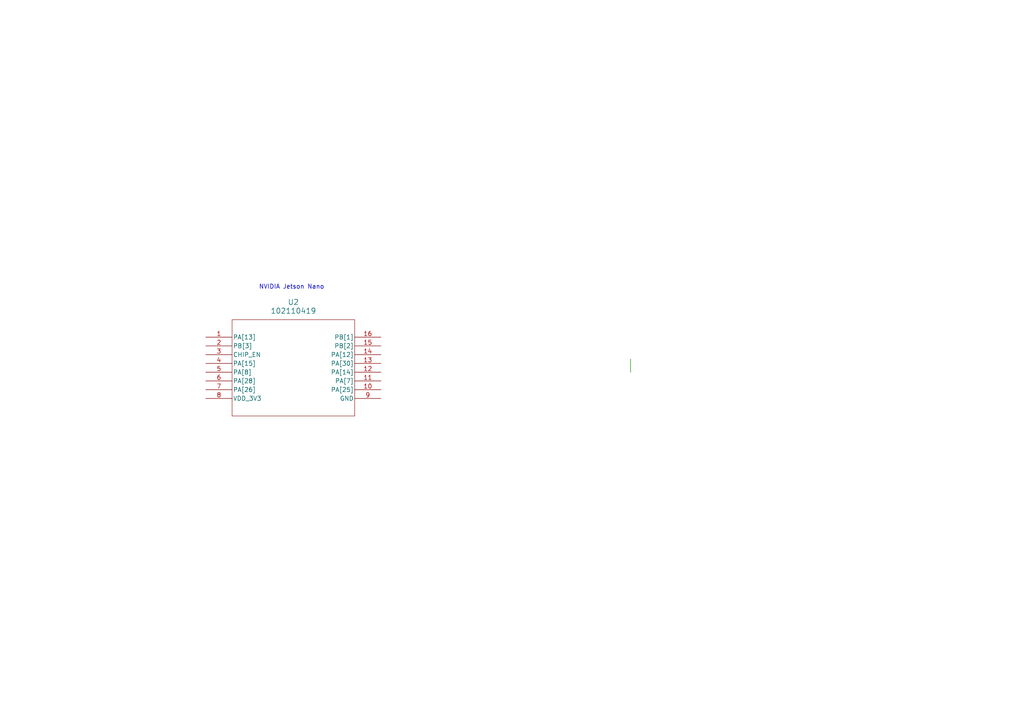
<source format=kicad_sch>
(kicad_sch (version 20231120) (generator "eeschema") (generator_version "8.0")
  (paper "A4")
  (lib_symbols
    (symbol "2025-11-04_02-54-44:102110419" (pin_names (offset 0.254))
      (property "Reference" "U" (at 25.4 10.16 0))
      (property "Value" "102110419" (at 25.4 7.62 0))
      (symbol "102110419_0_1"
        (polyline (pts (xy 7.62 -22.86) (xy 43.18 -22.86)) (stroke (width 0.127)))
        (polyline (pts (xy 7.62 5.08) (xy 7.62 -22.86)) (stroke (width 0.127)))
        (polyline (pts (xy 43.18 -22.86) (xy 43.18 5.08)) (stroke (width 0.127)))
        (polyline (pts (xy 43.18 5.08) (xy 7.62 5.08)) (stroke (width 0.127)))
        (pin bidirectional line (at 0 0 0) (length 7.62) (name "PA[13]") (number "1"))
        (pin bidirectional line (at 50.8 -15.24 180) (length 7.62) (name "PA[25]") (number "10"))
        (pin bidirectional line (at 50.8 -12.7 180) (length 7.62) (name "PA[7]") (number "11"))
        (pin bidirectional line (at 50.8 -10.16 180) (length 7.62) (name "PA[14]") (number "12"))
        (pin bidirectional line (at 50.8 -7.62 180) (length 7.62) (name "PA[30]") (number "13"))
        (pin bidirectional line (at 50.8 -5.08 180) (length 7.62) (name "PA[12]") (number "14"))
        (pin bidirectional line (at 50.8 -2.54 180) (length 7.62) (name "PB[2]") (number "15"))
        (pin bidirectional line (at 50.8 0 180) (length 7.62) (name "PB[1]") (number "16"))
        (pin bidirectional line (at 0 -2.54 0) (length 7.62) (name "PB[3]") (number "2"))
        (pin input line (at 0 -5.08 0) (length 7.62) (name "CHIP_EN") (number "3"))
        (pin bidirectional line (at 0 -7.62 0) (length 7.62) (name "PA[15]") (number "4"))
        (pin bidirectional line (at 0 -10.16 0) (length 7.62) (name "PA[8]") (number "5"))
        (pin bidirectional line (at 0 -12.7 0) (length 7.62) (name "PA[28]") (number "6"))
        (pin bidirectional line (at 0 -15.24 0) (length 7.62) (name "PA[26]") (number "7"))
        (pin power_in line (at 0 -17.78 0) (length 7.62) (name "VDD_3V3") (number "8"))
        (pin power_out line (at 50.8 -17.78 180) (length 7.62) (name "GND") (number "9"))
      )
    )
  )
  (wire (pts (xy 182.88 104.14) (xy 182.88 107.95)))
  (text "NVIDIA Jetson Nano\n" (at 84.582 83.312 0) (effects (font (size 1.27 1.27))))
  (symbol (lib_id "2025-11-04_02-54-44:102110419") (at 59.69 97.79 0) (unit 1)
    (property "Reference" "U2" (at 85.09 87.63 0) (effects (font (size 1.524 1.524))))
    (property "Value" "102110419" (at 85.09 90.17 0) (effects (font (size 1.524 1.524))))
    (property "Footprint" "102110419_SEE" (effects (hide yes)))
    (property "Datasheet" "102110419" (effects (hide yes)))
  )
)
</source>
